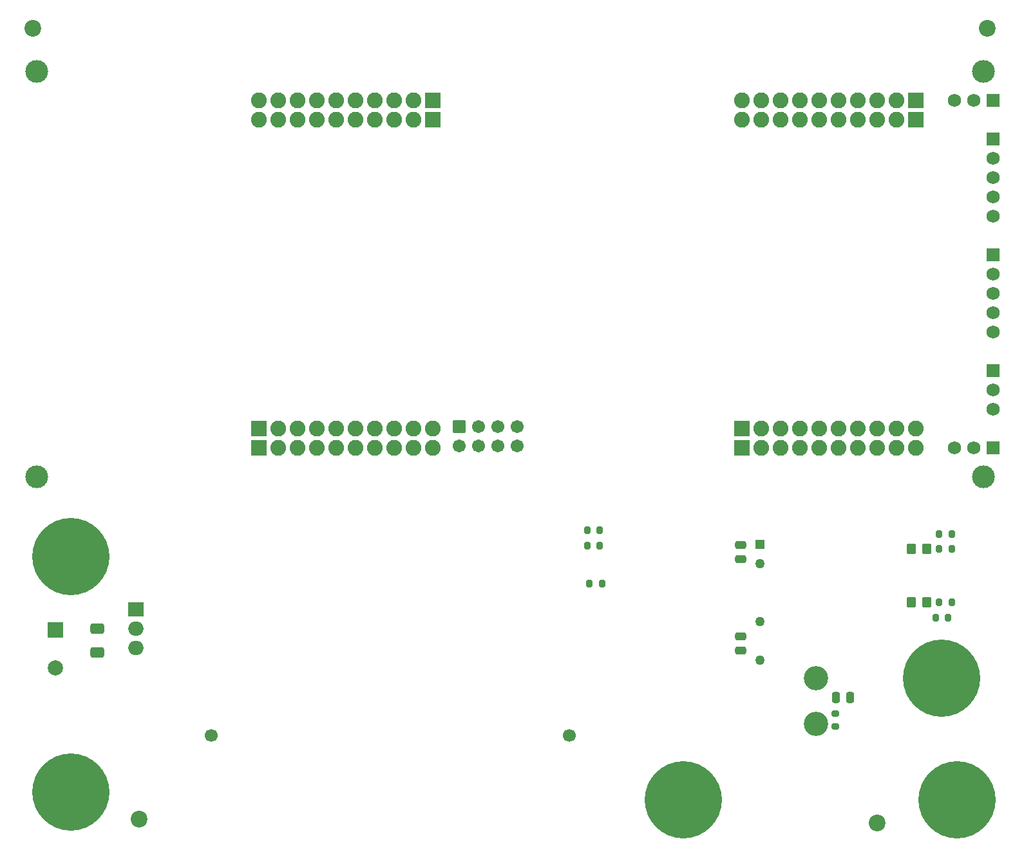
<source format=gbr>
%TF.GenerationSoftware,KiCad,Pcbnew,8.0.9*%
%TF.CreationDate,2025-03-21T10:18:05-04:00*%
%TF.ProjectId,Power_Elec_Project,506f7765-725f-4456-9c65-635f50726f6a,1*%
%TF.SameCoordinates,Original*%
%TF.FileFunction,Soldermask,Bot*%
%TF.FilePolarity,Negative*%
%FSLAX46Y46*%
G04 Gerber Fmt 4.6, Leading zero omitted, Abs format (unit mm)*
G04 Created by KiCad (PCBNEW 8.0.9) date 2025-03-21 10:18:05*
%MOMM*%
%LPD*%
G01*
G04 APERTURE LIST*
G04 Aperture macros list*
%AMRoundRect*
0 Rectangle with rounded corners*
0 $1 Rounding radius*
0 $2 $3 $4 $5 $6 $7 $8 $9 X,Y pos of 4 corners*
0 Add a 4 corners polygon primitive as box body*
4,1,4,$2,$3,$4,$5,$6,$7,$8,$9,$2,$3,0*
0 Add four circle primitives for the rounded corners*
1,1,$1+$1,$2,$3*
1,1,$1+$1,$4,$5*
1,1,$1+$1,$6,$7*
1,1,$1+$1,$8,$9*
0 Add four rect primitives between the rounded corners*
20,1,$1+$1,$2,$3,$4,$5,0*
20,1,$1+$1,$4,$5,$6,$7,0*
20,1,$1+$1,$6,$7,$8,$9,0*
20,1,$1+$1,$8,$9,$2,$3,0*%
G04 Aperture macros list end*
%ADD10C,2.200000*%
%ADD11C,1.700000*%
%ADD12C,1.704000*%
%ADD13RoundRect,0.102000X-0.750000X-0.750000X0.750000X-0.750000X0.750000X0.750000X-0.750000X0.750000X0*%
%ADD14C,1.728000*%
%ADD15RoundRect,0.102000X-0.762000X-0.762000X0.762000X-0.762000X0.762000X0.762000X-0.762000X0.762000X0*%
%ADD16C,2.083600*%
%ADD17RoundRect,0.102000X-0.939800X-0.939800X0.939800X-0.939800X0.939800X0.939800X-0.939800X0.939800X0*%
%ADD18C,3.000000*%
%ADD19C,10.160000*%
%ADD20R,2.000000X1.905000*%
%ADD21O,2.000000X1.905000*%
%ADD22R,2.000000X2.000000*%
%ADD23C,2.000000*%
%ADD24C,3.200000*%
%ADD25R,1.270000X1.270000*%
%ADD26C,1.270000*%
%ADD27RoundRect,0.250000X-0.250000X-0.475000X0.250000X-0.475000X0.250000X0.475000X-0.250000X0.475000X0*%
%ADD28RoundRect,0.250000X0.350000X0.450000X-0.350000X0.450000X-0.350000X-0.450000X0.350000X-0.450000X0*%
%ADD29RoundRect,0.200000X-0.200000X-0.275000X0.200000X-0.275000X0.200000X0.275000X-0.200000X0.275000X0*%
%ADD30RoundRect,0.250000X-0.475000X0.250000X-0.475000X-0.250000X0.475000X-0.250000X0.475000X0.250000X0*%
%ADD31RoundRect,0.250000X-0.650000X0.412500X-0.650000X-0.412500X0.650000X-0.412500X0.650000X0.412500X0*%
%ADD32RoundRect,0.200000X-0.275000X0.200000X-0.275000X-0.200000X0.275000X-0.200000X0.275000X0.200000X0*%
%ADD33RoundRect,0.250000X0.475000X-0.250000X0.475000X0.250000X-0.475000X0.250000X-0.475000X-0.250000X0*%
%ADD34RoundRect,0.200000X0.200000X0.275000X-0.200000X0.275000X-0.200000X-0.275000X0.200000X-0.275000X0*%
G04 APERTURE END LIST*
D10*
%TO.C,H7*%
X213500000Y-35500000D03*
%TD*%
D11*
%TO.C,L2*%
X111500000Y-128500000D03*
X158500000Y-128500000D03*
%TD*%
D10*
%TO.C,H1*%
X102000000Y-139500000D03*
%TD*%
D12*
%TO.C,U2*%
X151714000Y-90456000D03*
X151714000Y-87916000D03*
X149174000Y-90456000D03*
X149174000Y-87916000D03*
X146634000Y-90456000D03*
X146634000Y-87916000D03*
X144094000Y-90456000D03*
D13*
X144094000Y-87916000D03*
D14*
X209190000Y-90690000D03*
X211730000Y-90690000D03*
D15*
X214270000Y-90690000D03*
D14*
X214270000Y-75450000D03*
X214270000Y-72910000D03*
X214270000Y-70370000D03*
X214270000Y-67830000D03*
D15*
X214270000Y-65290000D03*
D14*
X214270000Y-60210000D03*
X214270000Y-57670000D03*
X214270000Y-55130000D03*
X214270000Y-52590000D03*
D15*
X214270000Y-50050000D03*
D14*
X214270000Y-85610000D03*
X214270000Y-83070000D03*
D15*
X214270000Y-80530000D03*
D14*
X209190000Y-44970000D03*
X211730000Y-44970000D03*
D15*
X214270000Y-44970000D03*
D16*
X181250000Y-47510000D03*
X183790000Y-47510000D03*
X186330000Y-47510000D03*
X188870000Y-47510000D03*
X191410000Y-47510000D03*
X193950000Y-47510000D03*
X196490000Y-47510000D03*
X199030000Y-47510000D03*
X201570000Y-47510000D03*
D17*
X204110000Y-47510000D03*
D16*
X204110000Y-88150000D03*
X201570000Y-88150000D03*
X199030000Y-88150000D03*
X196490000Y-88150000D03*
X193950000Y-88150000D03*
X191410000Y-88150000D03*
X188870000Y-88150000D03*
X186330000Y-88150000D03*
X183790000Y-88150000D03*
D17*
X181250000Y-88150000D03*
D16*
X181250000Y-44970000D03*
X183790000Y-44970000D03*
X186330000Y-44970000D03*
X188870000Y-44970000D03*
X191410000Y-44970000D03*
X193950000Y-44970000D03*
X196490000Y-44970000D03*
X199030000Y-44970000D03*
X201570000Y-44970000D03*
D17*
X204110000Y-44970000D03*
D16*
X204110000Y-90690000D03*
X201570000Y-90690000D03*
X199030000Y-90690000D03*
X196490000Y-90690000D03*
X193950000Y-90690000D03*
X191410000Y-90690000D03*
X188870000Y-90690000D03*
X186330000Y-90690000D03*
X183790000Y-90690000D03*
D17*
X181250000Y-90690000D03*
D16*
X117750000Y-47510000D03*
X120290000Y-47510000D03*
X122830000Y-47510000D03*
X125370000Y-47510000D03*
X127910000Y-47510000D03*
X130450000Y-47510000D03*
X132990000Y-47510000D03*
X135530000Y-47510000D03*
X138070000Y-47510000D03*
D17*
X140610000Y-47510000D03*
D16*
X140610000Y-88150000D03*
X138070000Y-88150000D03*
X135530000Y-88150000D03*
X132990000Y-88150000D03*
X130450000Y-88150000D03*
X127910000Y-88150000D03*
X125370000Y-88150000D03*
X122830000Y-88150000D03*
X120290000Y-88150000D03*
D17*
X117750000Y-88150000D03*
D16*
X117750000Y-44970000D03*
X120290000Y-44970000D03*
X122830000Y-44970000D03*
X125370000Y-44970000D03*
X127910000Y-44970000D03*
X130450000Y-44970000D03*
X132990000Y-44970000D03*
X135530000Y-44970000D03*
X138070000Y-44970000D03*
D17*
X140610000Y-44970000D03*
D16*
X140610000Y-90690000D03*
X138070000Y-90690000D03*
X135530000Y-90690000D03*
X132990000Y-90690000D03*
X130450000Y-90690000D03*
X127910000Y-90690000D03*
X125370000Y-90690000D03*
X122830000Y-90690000D03*
X120290000Y-90690000D03*
D17*
X117750000Y-90690000D03*
D18*
X213000000Y-94500000D03*
X213000000Y-41160000D03*
X88540000Y-94500000D03*
X88540000Y-41160000D03*
%TD*%
D19*
%TO.C,J2*%
X173500000Y-137000000D03*
%TD*%
%TO.C,J4*%
X93000000Y-136000000D03*
%TD*%
%TO.C,J3*%
X207500000Y-121000000D03*
%TD*%
%TO.C,J5*%
X209500000Y-137000000D03*
%TD*%
%TO.C,J1*%
X93000000Y-105000000D03*
%TD*%
D20*
%TO.C,Q1*%
X101555000Y-111960000D03*
D21*
X101555000Y-114500000D03*
X101555000Y-117040000D03*
%TD*%
D10*
%TO.C,H3*%
X199000000Y-140000000D03*
%TD*%
D22*
%TO.C,C15*%
X91000000Y-114632323D03*
D23*
X91000000Y-119632323D03*
%TD*%
D24*
%TO.C,L1*%
X191000000Y-127000000D03*
X191000000Y-121000000D03*
%TD*%
D25*
%TO.C,U4*%
X183575000Y-103350000D03*
D26*
X183575000Y-105890000D03*
X183575000Y-113510000D03*
X183575000Y-118590000D03*
%TD*%
D10*
%TO.C,H5*%
X88000000Y-35500000D03*
%TD*%
D27*
%TO.C,C2*%
X193550000Y-123500000D03*
X195450000Y-123500000D03*
%TD*%
D28*
%TO.C,R12*%
X205500000Y-111000000D03*
X203500000Y-111000000D03*
%TD*%
D29*
%TO.C,R7*%
X161175000Y-108500000D03*
X162825000Y-108500000D03*
%TD*%
%TO.C,R9*%
X160887500Y-103500000D03*
X162537500Y-103500000D03*
%TD*%
D30*
%TO.C,C5*%
X181075000Y-103440000D03*
X181075000Y-105340000D03*
%TD*%
D29*
%TO.C,R10*%
X207175000Y-111000000D03*
X208825000Y-111000000D03*
%TD*%
%TO.C,R14*%
X207175000Y-104000000D03*
X208825000Y-104000000D03*
%TD*%
D31*
%TO.C,C16*%
X96500000Y-114437500D03*
X96500000Y-117562500D03*
%TD*%
D32*
%TO.C,R2*%
X193500000Y-125675000D03*
X193500000Y-127325000D03*
%TD*%
D33*
%TO.C,C10*%
X181075000Y-117340000D03*
X181075000Y-115440000D03*
%TD*%
D34*
%TO.C,R11*%
X208325000Y-113000000D03*
X206675000Y-113000000D03*
%TD*%
D28*
%TO.C,R13*%
X205500000Y-104000000D03*
X203500000Y-104000000D03*
%TD*%
D29*
%TO.C,R8*%
X160887500Y-101500000D03*
X162537500Y-101500000D03*
%TD*%
D34*
%TO.C,R15*%
X208825000Y-102000000D03*
X207175000Y-102000000D03*
%TD*%
M02*

</source>
